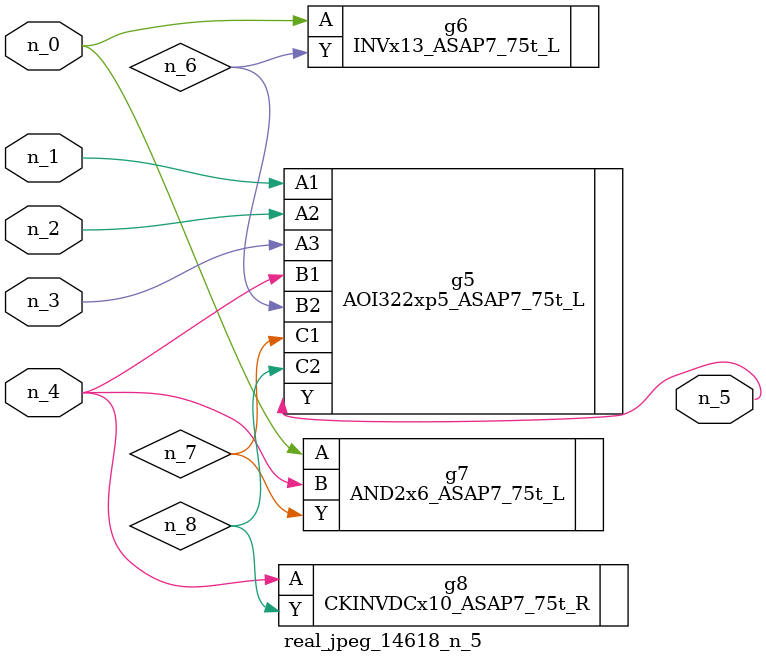
<source format=v>
module real_jpeg_14618_n_5 (n_4, n_0, n_1, n_2, n_3, n_5);

input n_4;
input n_0;
input n_1;
input n_2;
input n_3;

output n_5;

wire n_8;
wire n_6;
wire n_7;

INVx13_ASAP7_75t_L g6 ( 
.A(n_0),
.Y(n_6)
);

AND2x6_ASAP7_75t_L g7 ( 
.A(n_0),
.B(n_4),
.Y(n_7)
);

AOI322xp5_ASAP7_75t_L g5 ( 
.A1(n_1),
.A2(n_2),
.A3(n_3),
.B1(n_4),
.B2(n_6),
.C1(n_7),
.C2(n_8),
.Y(n_5)
);

CKINVDCx10_ASAP7_75t_R g8 ( 
.A(n_4),
.Y(n_8)
);


endmodule
</source>
